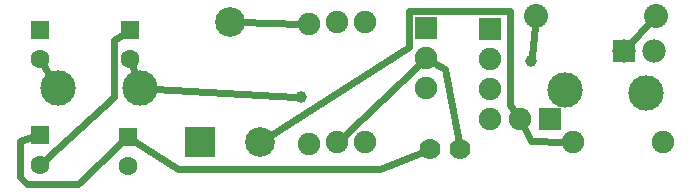
<source format=gbl>
G04 MADE WITH FRITZING*
G04 WWW.FRITZING.ORG*
G04 DOUBLE SIDED*
G04 HOLES PLATED*
G04 CONTOUR ON CENTER OF CONTOUR VECTOR*
%ASAXBY*%
%FSLAX23Y23*%
%MOIN*%
%OFA0B0*%
%SFA1.0B1.0*%
%ADD10C,0.062992*%
%ADD11C,0.075000*%
%ADD12C,0.099000*%
%ADD13C,0.070000*%
%ADD14C,0.080000*%
%ADD15C,0.078000*%
%ADD16C,0.118110*%
%ADD17C,0.039370*%
%ADD18R,0.062992X0.062992*%
%ADD19R,0.075000X0.075000*%
%ADD20R,0.099000X0.099000*%
%ADD21R,0.078000X0.078000*%
%ADD22C,0.024000*%
%LNCOPPER0*%
G90*
G70*
G54D10*
X434Y196D03*
X434Y98D03*
X143Y554D03*
X143Y455D03*
G54D11*
X1643Y255D03*
X1743Y255D03*
X1843Y255D03*
X1919Y179D03*
X2219Y179D03*
G54D12*
X876Y180D03*
X676Y180D03*
X776Y580D03*
G54D11*
X1038Y173D03*
X1038Y573D03*
X1225Y178D03*
X1225Y578D03*
X1429Y358D03*
X1429Y458D03*
X1429Y558D03*
X1132Y178D03*
X1132Y578D03*
G54D13*
X1443Y155D03*
X1543Y155D03*
G54D11*
X1643Y355D03*
X1643Y455D03*
X1643Y555D03*
G54D14*
X1794Y598D03*
X2194Y598D03*
G54D10*
X140Y203D03*
X140Y104D03*
X443Y554D03*
X443Y455D03*
G54D15*
X2087Y484D03*
X2187Y484D03*
G54D16*
X1893Y353D03*
X476Y360D03*
X2163Y344D03*
X200Y358D03*
G54D17*
X1011Y328D03*
X1779Y448D03*
G54D18*
X434Y196D03*
X143Y554D03*
G54D19*
X1843Y255D03*
G54D20*
X676Y180D03*
G54D19*
X1429Y558D03*
X1643Y555D03*
G54D18*
X140Y203D03*
X443Y554D03*
G54D21*
X2087Y484D03*
G54D22*
X1010Y574D02*
X808Y579D01*
D02*
X1538Y181D02*
X1491Y424D01*
D02*
X1491Y424D02*
X1454Y444D01*
D02*
X1152Y197D02*
X1408Y438D01*
D02*
X1891Y180D02*
X1779Y184D01*
D02*
X1779Y184D02*
X1756Y230D01*
D02*
X903Y197D02*
X1371Y496D01*
D02*
X1371Y496D02*
X1371Y616D01*
D02*
X1371Y616D02*
X1707Y616D01*
D02*
X1707Y616D02*
X1707Y304D01*
D02*
X1707Y304D02*
X1726Y278D01*
D02*
X160Y122D02*
X387Y328D01*
D02*
X387Y328D02*
X387Y520D01*
D02*
X387Y520D02*
X420Y540D01*
D02*
X2172Y575D02*
X2108Y506D01*
D02*
X452Y430D02*
X459Y407D01*
D02*
X156Y432D02*
X175Y401D01*
D02*
X992Y329D02*
X526Y357D01*
D02*
X1791Y567D02*
X1781Y467D01*
D02*
X456Y182D02*
X603Y88D01*
D02*
X603Y88D02*
X1275Y88D01*
D02*
X1275Y88D02*
X1418Y146D01*
D02*
X115Y195D02*
X75Y184D01*
D02*
X75Y184D02*
X75Y64D01*
D02*
X75Y64D02*
X99Y40D01*
D02*
X99Y40D02*
X267Y40D01*
D02*
X267Y40D02*
X414Y178D01*
G04 End of Copper0*
M02*
</source>
